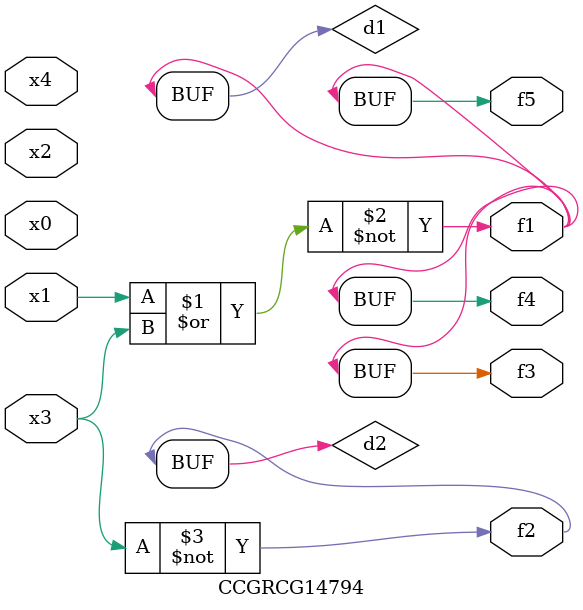
<source format=v>
module CCGRCG14794(
	input x0, x1, x2, x3, x4,
	output f1, f2, f3, f4, f5
);

	wire d1, d2;

	nor (d1, x1, x3);
	not (d2, x3);
	assign f1 = d1;
	assign f2 = d2;
	assign f3 = d1;
	assign f4 = d1;
	assign f5 = d1;
endmodule

</source>
